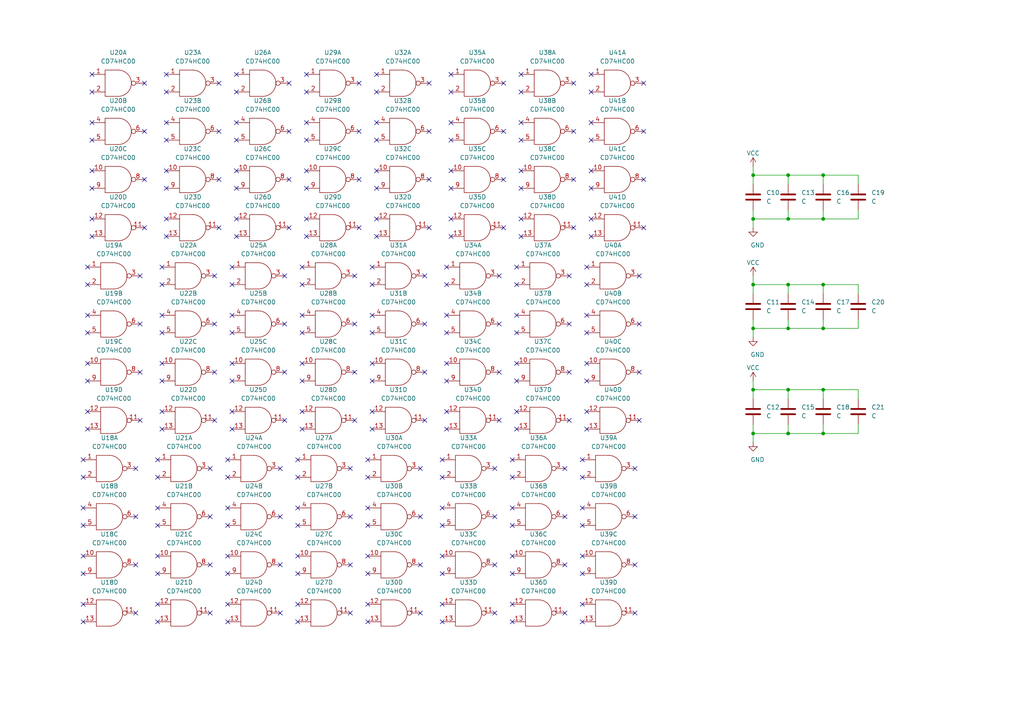
<source format=kicad_sch>
(kicad_sch (version 20211123) (generator eeschema)
  (paper "A4")
  (lib_symbols
    (symbol "CD74HCXX:CD74HC00" (pin_names (offset 0.762))
      (property "Reference" "U" (at -2.54 6.985 0))
      (property "Value" "CD74HC00" (at 1.27 5.08 0))
      (symbol "CD74HC00_0_0"
        (pin power_in line (at -2.54 2.54 0) (length 0) hide (name "VCC") (number "14"))
        (pin power_in line (at -2.54 -2.54 0) (length 0) hide (name "GND") (number "7"))
      )
      (symbol "CD74HC00_0_1"
        (arc (start 0 -3.81) (mid 3.81 0) (end 0 3.81))
        (polyline (pts (xy 0 3.81) (xy -3.81 3.81) (xy -3.81 -3.81) (xy 0 -3.81)))
      )
      (symbol "CD74HC00_0_2"
        (arc (start -4.445 -3.81) (mid -3.175 0) (end -4.445 3.81))
        (arc (start -3.175 -3.81) (mid 0.803 -2.7954) (end 3.81 0))
        (polyline (pts (xy -4.445 -3.81) (xy -3.175 -3.81)))
        (polyline (pts (xy -4.445 3.81) (xy -3.175 3.81)))
        (arc (start 3.81 0) (mid 0.8099 2.8117) (end -3.175 3.81))
      )
      (symbol "CD74HC00_1_1"
        (pin input line (at -7.62 2.54 0) (length 3.81) (name "~") (number "1"))
        (pin input line (at -7.62 -2.54 0) (length 3.81) (name "~") (number "2"))
        (pin output inverted (at 7.62 0 180) (length 3.81) (name "~") (number "3"))
      )
      (symbol "CD74HC00_1_2"
        (pin input inverted (at -7.62 2.54 0) (length 3.81) (name "~") (number "1"))
        (pin input inverted (at -7.62 -2.54 0) (length 3.81) (name "~") (number "2"))
        (pin output line (at 7.62 0 180) (length 3.81) (name "~") (number "3"))
      )
      (symbol "CD74HC00_2_1"
        (pin input line (at -7.62 2.54 0) (length 3.81) (name "~") (number "4"))
        (pin input line (at -7.62 -2.54 0) (length 3.81) (name "~") (number "5"))
        (pin output inverted (at 7.62 0 180) (length 3.81) (name "~") (number "6"))
      )
      (symbol "CD74HC00_2_2"
        (pin input inverted (at -7.62 2.54 0) (length 3.81) (name "~") (number "4"))
        (pin input inverted (at -7.62 -2.54 0) (length 3.81) (name "~") (number "5"))
        (pin output line (at 7.62 0 180) (length 3.81) (name "~") (number "6"))
      )
      (symbol "CD74HC00_3_1"
        (pin input line (at -7.62 -2.54 0) (length 3.81) (name "~") (number "10"))
        (pin output inverted (at 7.62 0 180) (length 3.81) (name "~") (number "8"))
        (pin input line (at -7.62 2.54 0) (length 3.81) (name "~") (number "9"))
      )
      (symbol "CD74HC00_3_2"
        (pin input inverted (at -7.62 -2.54 0) (length 3.81) (name "~") (number "10"))
        (pin output line (at 7.62 0 180) (length 3.81) (name "~") (number "8"))
        (pin input inverted (at -7.62 2.54 0) (length 3.81) (name "~") (number "9"))
      )
      (symbol "CD74HC00_4_1"
        (pin output inverted (at 7.62 0 180) (length 3.81) (name "~") (number "11"))
        (pin input line (at -7.62 2.54 0) (length 3.81) (name "~") (number "12"))
        (pin input line (at -7.62 -2.54 0) (length 3.81) (name "~") (number "13"))
      )
      (symbol "CD74HC00_4_2"
        (pin output line (at 7.62 0 180) (length 3.81) (name "~") (number "11"))
        (pin input inverted (at -7.62 2.54 0) (length 3.81) (name "~") (number "12"))
        (pin input inverted (at -7.62 -2.54 0) (length 3.81) (name "~") (number "13"))
      )
    )
    (symbol "Device:C" (pin_numbers hide) (pin_names (offset 0.254))
      (property "Reference" "C" (at 0.635 2.54 0))
      (property "Value" "C" (at 0.635 -2.54 0))
      (symbol "C_0_1"
        (polyline (pts (xy -2.032 -0.762) (xy 2.032 -0.762)) (stroke (width 0.508)))
        (polyline (pts (xy -2.032 0.762) (xy 2.032 0.762)) (stroke (width 0.508)))
      )
      (symbol "C_1_1"
        (pin passive line (at 0 3.81 270) (length 2.794) (name "~") (number "1"))
        (pin passive line (at 0 -3.81 90) (length 2.794) (name "~") (number "2"))
      )
    )
    (symbol "power:GND" (power) (pin_names (offset 0))
      (property "Value" "GND" (at 0 -3.81 0))
      (symbol "GND_0_1"
        (polyline (pts (xy 0 0) (xy 0 -1.27) (xy 1.27 -1.27) (xy 0 -2.54) (xy -1.27 -1.27) (xy 0 -1.27)))
      )
      (symbol "GND_1_1"
        (pin power_in line (at 0 0 270) (length 0) hide (name "GND") (number "1"))
      )
    )
    (symbol "power:VCC" (power) (pin_names (offset 0))
      (property "Value" "VCC" (at 0 3.81 0))
      (symbol "VCC_0_1"
        (polyline (pts (xy -0.762 1.27) (xy 0 2.54)))
        (polyline (pts (xy 0 0) (xy 0 2.54)))
        (polyline (pts (xy 0 2.54) (xy 0.762 1.27)))
      )
      (symbol "VCC_1_1"
        (pin power_in line (at 0 0 90) (length 0) hide (name "VCC") (number "1"))
      )
    )
  )
  (junction (at 228.6 50.8))
  (junction (at 238.76 95.25))
  (junction (at 218.44 125.73))
  (junction (at 228.6 125.73))
  (junction (at 238.76 63.5))
  (junction (at 218.44 95.25))
  (junction (at 228.6 82.55))
  (junction (at 218.44 82.55))
  (junction (at 238.76 125.73))
  (junction (at 228.6 63.5))
  (junction (at 238.76 50.8))
  (junction (at 228.6 95.25))
  (junction (at 218.44 113.03))
  (junction (at 238.76 82.55))
  (junction (at 228.6 113.03))
  (junction (at 218.44 63.5))
  (junction (at 238.76 113.03))
  (junction (at 218.44 50.8))
  (no_connect (at 88.9 21.59))
  (no_connect (at 123.19 121.92))
  (no_connect (at 24.13 138.43))
  (no_connect (at 63.5 24.13))
  (no_connect (at 48.26 35.56))
  (no_connect (at 46.99 105.41))
  (no_connect (at 87.63 77.47))
  (no_connect (at 102.87 93.98))
  (no_connect (at 66.04 161.29))
  (no_connect (at 144.78 121.92))
  (no_connect (at 149.86 105.41))
  (no_connect (at 107.95 124.46))
  (no_connect (at 143.51 163.83))
  (no_connect (at 66.04 180.34))
  (no_connect (at 123.19 93.98))
  (no_connect (at 109.22 35.56))
  (no_connect (at 86.36 152.4))
  (no_connect (at 129.54 105.41))
  (no_connect (at 186.69 52.07))
  (no_connect (at 107.95 105.41))
  (no_connect (at 107.95 91.44))
  (no_connect (at 66.04 166.37))
  (no_connect (at 129.54 124.46))
  (no_connect (at 62.23 107.95))
  (no_connect (at 62.23 121.92))
  (no_connect (at 130.81 35.56))
  (no_connect (at 86.36 147.32))
  (no_connect (at 168.91 147.32))
  (no_connect (at 124.46 38.1))
  (no_connect (at 88.9 49.53))
  (no_connect (at 63.5 66.04))
  (no_connect (at 86.36 138.43))
  (no_connect (at 46.99 77.47))
  (no_connect (at 165.1 107.95))
  (no_connect (at 106.68 166.37))
  (no_connect (at 48.26 49.53))
  (no_connect (at 151.13 21.59))
  (no_connect (at 83.82 38.1))
  (no_connect (at 102.87 80.01))
  (no_connect (at 186.69 38.1))
  (no_connect (at 40.64 93.98))
  (no_connect (at 25.4 110.49))
  (no_connect (at 171.45 40.64))
  (no_connect (at 82.55 93.98))
  (no_connect (at 25.4 119.38))
  (no_connect (at 151.13 49.53))
  (no_connect (at 146.05 38.1))
  (no_connect (at 151.13 40.64))
  (no_connect (at 170.18 124.46))
  (no_connect (at 24.13 175.26))
  (no_connect (at 121.92 177.8))
  (no_connect (at 124.46 24.13))
  (no_connect (at 170.18 96.52))
  (no_connect (at 165.1 80.01))
  (no_connect (at 48.26 68.58))
  (no_connect (at 48.26 26.67))
  (no_connect (at 102.87 107.95))
  (no_connect (at 168.91 161.29))
  (no_connect (at 168.91 166.37))
  (no_connect (at 170.18 77.47))
  (no_connect (at 68.58 68.58))
  (no_connect (at 148.59 138.43))
  (no_connect (at 184.15 135.89))
  (no_connect (at 25.4 77.47))
  (no_connect (at 149.86 124.46))
  (no_connect (at 86.36 175.26))
  (no_connect (at 24.13 147.32))
  (no_connect (at 82.55 107.95))
  (no_connect (at 130.81 21.59))
  (no_connect (at 24.13 161.29))
  (no_connect (at 171.45 49.53))
  (no_connect (at 60.96 135.89))
  (no_connect (at 107.95 77.47))
  (no_connect (at 143.51 135.89))
  (no_connect (at 170.18 105.41))
  (no_connect (at 128.27 180.34))
  (no_connect (at 24.13 152.4))
  (no_connect (at 185.42 80.01))
  (no_connect (at 184.15 163.83))
  (no_connect (at 128.27 161.29))
  (no_connect (at 45.72 180.34))
  (no_connect (at 62.23 93.98))
  (no_connect (at 87.63 110.49))
  (no_connect (at 81.28 163.83))
  (no_connect (at 24.13 166.37))
  (no_connect (at 46.99 96.52))
  (no_connect (at 149.86 91.44))
  (no_connect (at 149.86 82.55))
  (no_connect (at 45.72 138.43))
  (no_connect (at 86.36 161.29))
  (no_connect (at 83.82 24.13))
  (no_connect (at 166.37 24.13))
  (no_connect (at 171.45 35.56))
  (no_connect (at 68.58 40.64))
  (no_connect (at 170.18 119.38))
  (no_connect (at 129.54 119.38))
  (no_connect (at 151.13 35.56))
  (no_connect (at 171.45 63.5))
  (no_connect (at 68.58 54.61))
  (no_connect (at 106.68 147.32))
  (no_connect (at 185.42 93.98))
  (no_connect (at 171.45 68.58))
  (no_connect (at 101.6 135.89))
  (no_connect (at 163.83 149.86))
  (no_connect (at 101.6 177.8))
  (no_connect (at 88.9 68.58))
  (no_connect (at 130.81 26.67))
  (no_connect (at 128.27 138.43))
  (no_connect (at 121.92 135.89))
  (no_connect (at 39.37 177.8))
  (no_connect (at 106.68 152.4))
  (no_connect (at 46.99 110.49))
  (no_connect (at 46.99 82.55))
  (no_connect (at 60.96 177.8))
  (no_connect (at 81.28 149.86))
  (no_connect (at 106.68 138.43))
  (no_connect (at 129.54 91.44))
  (no_connect (at 67.31 96.52))
  (no_connect (at 148.59 175.26))
  (no_connect (at 170.18 91.44))
  (no_connect (at 83.82 66.04))
  (no_connect (at 148.59 133.35))
  (no_connect (at 171.45 21.59))
  (no_connect (at 88.9 54.61))
  (no_connect (at 109.22 63.5))
  (no_connect (at 109.22 54.61))
  (no_connect (at 171.45 54.61))
  (no_connect (at 39.37 163.83))
  (no_connect (at 129.54 110.49))
  (no_connect (at 104.14 66.04))
  (no_connect (at 88.9 35.56))
  (no_connect (at 86.36 180.34))
  (no_connect (at 128.27 133.35))
  (no_connect (at 48.26 63.5))
  (no_connect (at 148.59 166.37))
  (no_connect (at 25.4 105.41))
  (no_connect (at 165.1 121.92))
  (no_connect (at 68.58 26.67))
  (no_connect (at 130.81 49.53))
  (no_connect (at 163.83 177.8))
  (no_connect (at 24.13 180.34))
  (no_connect (at 25.4 82.55))
  (no_connect (at 143.51 177.8))
  (no_connect (at 81.28 177.8))
  (no_connect (at 45.72 133.35))
  (no_connect (at 148.59 161.29))
  (no_connect (at 109.22 49.53))
  (no_connect (at 144.78 93.98))
  (no_connect (at 45.72 166.37))
  (no_connect (at 186.69 24.13))
  (no_connect (at 81.28 135.89))
  (no_connect (at 66.04 152.4))
  (no_connect (at 60.96 149.86))
  (no_connect (at 67.31 124.46))
  (no_connect (at 130.81 40.64))
  (no_connect (at 45.72 147.32))
  (no_connect (at 149.86 110.49))
  (no_connect (at 128.27 166.37))
  (no_connect (at 107.95 96.52))
  (no_connect (at 60.96 163.83))
  (no_connect (at 40.64 80.01))
  (no_connect (at 39.37 135.89))
  (no_connect (at 168.91 180.34))
  (no_connect (at 63.5 52.07))
  (no_connect (at 106.68 175.26))
  (no_connect (at 106.68 180.34))
  (no_connect (at 184.15 177.8))
  (no_connect (at 151.13 68.58))
  (no_connect (at 107.95 110.49))
  (no_connect (at 109.22 68.58))
  (no_connect (at 148.59 180.34))
  (no_connect (at 144.78 80.01))
  (no_connect (at 104.14 52.07))
  (no_connect (at 170.18 82.55))
  (no_connect (at 129.54 96.52))
  (no_connect (at 24.13 133.35))
  (no_connect (at 184.15 149.86))
  (no_connect (at 63.5 38.1))
  (no_connect (at 151.13 26.67))
  (no_connect (at 165.1 93.98))
  (no_connect (at 39.37 149.86))
  (no_connect (at 151.13 54.61))
  (no_connect (at 46.99 119.38))
  (no_connect (at 67.31 77.47))
  (no_connect (at 128.27 147.32))
  (no_connect (at 123.19 80.01))
  (no_connect (at 46.99 91.44))
  (no_connect (at 109.22 40.64))
  (no_connect (at 168.91 175.26))
  (no_connect (at 109.22 26.67))
  (no_connect (at 86.36 166.37))
  (no_connect (at 86.36 133.35))
  (no_connect (at 87.63 119.38))
  (no_connect (at 87.63 96.52))
  (no_connect (at 109.22 21.59))
  (no_connect (at 129.54 82.55))
  (no_connect (at 26.67 68.58))
  (no_connect (at 26.67 63.5))
  (no_connect (at 41.91 66.04))
  (no_connect (at 26.67 26.67))
  (no_connect (at 26.67 21.59))
  (no_connect (at 41.91 24.13))
  (no_connect (at 41.91 52.07))
  (no_connect (at 41.91 38.1))
  (no_connect (at 26.67 49.53))
  (no_connect (at 26.67 54.61))
  (no_connect (at 26.67 35.56))
  (no_connect (at 26.67 40.64))
  (no_connect (at 45.72 175.26))
  (no_connect (at 170.18 110.49))
  (no_connect (at 185.42 121.92))
  (no_connect (at 130.81 63.5))
  (no_connect (at 124.46 52.07))
  (no_connect (at 101.6 149.86))
  (no_connect (at 149.86 119.38))
  (no_connect (at 68.58 35.56))
  (no_connect (at 146.05 66.04))
  (no_connect (at 66.04 147.32))
  (no_connect (at 67.31 105.41))
  (no_connect (at 87.63 82.55))
  (no_connect (at 143.51 149.86))
  (no_connect (at 87.63 91.44))
  (no_connect (at 168.91 138.43))
  (no_connect (at 168.91 133.35))
  (no_connect (at 48.26 40.64))
  (no_connect (at 67.31 91.44))
  (no_connect (at 48.26 54.61))
  (no_connect (at 186.69 66.04))
  (no_connect (at 171.45 26.67))
  (no_connect (at 48.26 21.59))
  (no_connect (at 166.37 38.1))
  (no_connect (at 66.04 175.26))
  (no_connect (at 25.4 91.44))
  (no_connect (at 83.82 52.07))
  (no_connect (at 104.14 24.13))
  (no_connect (at 40.64 121.92))
  (no_connect (at 67.31 110.49))
  (no_connect (at 146.05 24.13))
  (no_connect (at 67.31 82.55))
  (no_connect (at 88.9 63.5))
  (no_connect (at 121.92 149.86))
  (no_connect (at 146.05 52.07))
  (no_connect (at 168.91 152.4))
  (no_connect (at 128.27 175.26))
  (no_connect (at 66.04 138.43))
  (no_connect (at 106.68 161.29))
  (no_connect (at 128.27 152.4))
  (no_connect (at 106.68 133.35))
  (no_connect (at 82.55 121.92))
  (no_connect (at 148.59 147.32))
  (no_connect (at 68.58 63.5))
  (no_connect (at 62.23 80.01))
  (no_connect (at 130.81 54.61))
  (no_connect (at 102.87 121.92))
  (no_connect (at 148.59 152.4))
  (no_connect (at 151.13 63.5))
  (no_connect (at 149.86 77.47))
  (no_connect (at 25.4 96.52))
  (no_connect (at 185.42 107.95))
  (no_connect (at 166.37 52.07))
  (no_connect (at 101.6 163.83))
  (no_connect (at 25.4 124.46))
  (no_connect (at 163.83 163.83))
  (no_connect (at 68.58 49.53))
  (no_connect (at 124.46 66.04))
  (no_connect (at 107.95 82.55))
  (no_connect (at 45.72 161.29))
  (no_connect (at 66.04 133.35))
  (no_connect (at 130.81 68.58))
  (no_connect (at 87.63 105.41))
  (no_connect (at 123.19 107.95))
  (no_connect (at 166.37 66.04))
  (no_connect (at 144.78 107.95))
  (no_connect (at 149.86 96.52))
  (no_connect (at 88.9 26.67))
  (no_connect (at 67.31 119.38))
  (no_connect (at 87.63 124.46))
  (no_connect (at 88.9 40.64))
  (no_connect (at 82.55 80.01))
  (no_connect (at 107.95 119.38))
  (no_connect (at 45.72 152.4))
  (no_connect (at 121.92 163.83))
  (no_connect (at 46.99 124.46))
  (no_connect (at 104.14 38.1))
  (no_connect (at 129.54 77.47))
  (no_connect (at 163.83 135.89))
  (no_connect (at 68.58 21.59))
  (no_connect (at 40.64 107.95))
  (wire (pts (xy 238.76 95.25) (xy 248.92 95.25)))
  (wire (pts (xy 218.44 95.25) (xy 228.6 95.25)))
  (wire (pts (xy 248.92 92.71) (xy 248.92 95.25)))
  (wire (pts (xy 218.44 82.55) (xy 218.44 85.09)))
  (wire (pts (xy 228.6 113.03) (xy 238.76 113.03)))
  (wire (pts (xy 218.44 63.5) (xy 228.6 63.5)))
  (wire (pts (xy 218.44 97.79) (xy 218.44 95.25)))
  (wire (pts (xy 238.76 60.96) (xy 238.76 63.5)))
  (wire (pts (xy 248.92 123.19) (xy 248.92 125.73)))
  (wire (pts (xy 228.6 123.19) (xy 228.6 125.73)))
  (wire (pts (xy 238.76 82.55) (xy 238.76 85.09)))
  (wire (pts (xy 238.76 92.71) (xy 238.76 95.25)))
  (wire (pts (xy 248.92 60.96) (xy 248.92 63.5)))
  (wire (pts (xy 218.44 50.8) (xy 228.6 50.8)))
  (wire (pts (xy 238.76 113.03) (xy 238.76 115.57)))
  (wire (pts (xy 218.44 125.73) (xy 218.44 123.19)))
  (wire (pts (xy 248.92 82.55) (xy 248.92 85.09)))
  (wire (pts (xy 228.6 82.55) (xy 228.6 85.09)))
  (wire (pts (xy 228.6 50.8) (xy 238.76 50.8)))
  (wire (pts (xy 218.44 125.73) (xy 228.6 125.73)))
  (wire (pts (xy 238.76 125.73) (xy 248.92 125.73)))
  (wire (pts (xy 248.92 113.03) (xy 248.92 115.57)))
  (wire (pts (xy 228.6 95.25) (xy 238.76 95.25)))
  (wire (pts (xy 218.44 128.27) (xy 218.44 125.73)))
  (wire (pts (xy 238.76 63.5) (xy 248.92 63.5)))
  (wire (pts (xy 238.76 123.19) (xy 238.76 125.73)))
  (wire (pts (xy 218.44 113.03) (xy 228.6 113.03)))
  (wire (pts (xy 218.44 95.25) (xy 218.44 92.71)))
  (wire (pts (xy 218.44 63.5) (xy 218.44 60.96)))
  (wire (pts (xy 218.44 48.26) (xy 218.44 50.8)))
  (wire (pts (xy 228.6 92.71) (xy 228.6 95.25)))
  (wire (pts (xy 238.76 82.55) (xy 248.92 82.55)))
  (wire (pts (xy 228.6 113.03) (xy 228.6 115.57)))
  (wire (pts (xy 218.44 80.01) (xy 218.44 82.55)))
  (wire (pts (xy 248.92 50.8) (xy 248.92 53.34)))
  (wire (pts (xy 218.44 113.03) (xy 218.44 115.57)))
  (wire (pts (xy 218.44 110.49) (xy 218.44 113.03)))
  (wire (pts (xy 228.6 63.5) (xy 238.76 63.5)))
  (wire (pts (xy 218.44 82.55) (xy 228.6 82.55)))
  (wire (pts (xy 228.6 125.73) (xy 238.76 125.73)))
  (wire (pts (xy 228.6 82.55) (xy 238.76 82.55)))
  (wire (pts (xy 218.44 50.8) (xy 218.44 53.34)))
  (wire (pts (xy 238.76 113.03) (xy 248.92 113.03)))
  (wire (pts (xy 228.6 60.96) (xy 228.6 63.5)))
  (wire (pts (xy 238.76 50.8) (xy 248.92 50.8)))
  (wire (pts (xy 228.6 50.8) (xy 228.6 53.34)))
  (wire (pts (xy 238.76 50.8) (xy 238.76 53.34)))
  (wire (pts (xy 218.44 66.04) (xy 218.44 63.5)))
  (symbol (lib_id "CD74HCXX:CD74HC00") (at 76.2 66.04 0) (unit 4)
    (property "Reference" "U26" (at 76.2 57.15 0))
    (property "Value" "CD74HC00" (at 76.2 59.69 0))
    (property "Footprint" "Package_DIP:DIP-14_W7.62mm" (effects hide))
  )
  (symbol (lib_id "Device:C") (at 228.6 119.38 0) (unit 1)
    (property "Reference" "C15" (at 232.41 118.1099 0) (effects (justify left)))
    (property "Value" "C" (at 232.41 120.6499 0) (effects (justify left)))
    (property "Footprint" "Capacitor_THT:C_Disc_D7.5mm_W2.5mm_P5.00mm" (effects hide))
  )
  (symbol (lib_id "power:VCC") (at 218.44 110.49 0) (mirror y) (unit 1)
    (property "Reference" "#PWR014" (effects hide))
    (property "Value" "VCC" (at 218.44 106.68 0))
  )
  (symbol (lib_id "CD74HCXX:CD74HC00") (at 31.75 149.86 0) (unit 2)
    (property "Reference" "U18" (at 31.75 140.97 0))
    (property "Value" "CD74HC00" (at 31.75 143.51 0))
    (property "Footprint" "Package_DIP:DIP-14_W7.62mm" (effects hide))
  )
  (symbol (lib_id "power:GND") (at 218.44 128.27 0) (unit 1)
    (property "Reference" "#PWR015" (effects hide))
    (property "Value" "GND" (at 219.71 133.35 0))
  )
  (symbol (lib_id "CD74HCXX:CD74HC00") (at 156.21 163.83 0) (mirror x) (unit 3)
    (property "Reference" "U36" (at 156.21 154.94 0))
    (property "Value" "CD74HC00" (at 156.21 157.48 0))
    (property "Footprint" "Package_DIP:DIP-14_W7.62mm" (effects hide))
  )
  (symbol (lib_id "CD74HCXX:CD74HC00") (at 34.29 38.1 0) (unit 2)
    (property "Reference" "U20" (at 34.29 29.21 0))
    (property "Value" "CD74HC00" (at 34.29 31.75 0))
    (property "Footprint" "Package_DIP:DIP-14_W7.62mm" (effects hide))
  )
  (symbol (lib_id "Device:C") (at 238.76 119.38 0) (unit 1)
    (property "Reference" "C18" (at 242.57 118.1099 0) (effects (justify left)))
    (property "Value" "C" (at 242.57 120.6499 0) (effects (justify left)))
    (property "Footprint" "Capacitor_THT:C_Disc_D7.5mm_W2.5mm_P5.00mm" (effects hide))
  )
  (symbol (lib_id "CD74HCXX:CD74HC00") (at 34.29 24.13 0) (unit 1)
    (property "Reference" "U20" (at 34.29 15.24 0))
    (property "Value" "CD74HC00" (at 34.29 17.78 0))
    (property "Footprint" "Package_DIP:DIP-14_W7.62mm" (effects hide))
  )
  (symbol (lib_id "power:VCC") (at 218.44 80.01 0) (mirror y) (unit 1)
    (property "Reference" "#PWR012" (effects hide))
    (property "Value" "VCC" (at 218.44 76.2 0))
  )
  (symbol (lib_id "CD74HCXX:CD74HC00") (at 73.66 163.83 0) (mirror x) (unit 3)
    (property "Reference" "U24" (at 73.66 154.94 0))
    (property "Value" "CD74HC00" (at 73.66 157.48 0))
    (property "Footprint" "Package_DIP:DIP-14_W7.62mm" (effects hide))
  )
  (symbol (lib_id "CD74HCXX:CD74HC00") (at 96.52 38.1 0) (unit 2)
    (property "Reference" "U29" (at 96.52 29.21 0))
    (property "Value" "CD74HC00" (at 96.52 31.75 0))
    (property "Footprint" "Package_DIP:DIP-14_W7.62mm" (effects hide))
  )
  (symbol (lib_id "CD74HCXX:CD74HC00") (at 95.25 121.92 0) (unit 4)
    (property "Reference" "U28" (at 95.25 113.03 0))
    (property "Value" "CD74HC00" (at 95.25 115.57 0))
    (property "Footprint" "Package_DIP:DIP-14_W7.62mm" (effects hide))
  )
  (symbol (lib_id "CD74HCXX:CD74HC00") (at 93.98 149.86 0) (unit 2)
    (property "Reference" "U27" (at 93.98 140.97 0))
    (property "Value" "CD74HC00" (at 93.98 143.51 0))
    (property "Footprint" "Package_DIP:DIP-14_W7.62mm" (effects hide))
  )
  (symbol (lib_id "CD74HCXX:CD74HC00") (at 74.93 107.95 0) (mirror x) (unit 3)
    (property "Reference" "U25" (at 74.93 99.06 0))
    (property "Value" "CD74HC00" (at 74.93 101.6 0))
    (property "Footprint" "Package_DIP:DIP-14_W7.62mm" (effects hide))
  )
  (symbol (lib_id "CD74HCXX:CD74HC00") (at 55.88 66.04 0) (unit 4)
    (property "Reference" "U23" (at 55.88 57.15 0))
    (property "Value" "CD74HC00" (at 55.88 59.69 0))
    (property "Footprint" "Package_DIP:DIP-14_W7.62mm" (effects hide))
  )
  (symbol (lib_id "CD74HCXX:CD74HC00") (at 135.89 135.89 0) (unit 1)
    (property "Reference" "U33" (at 135.89 127 0))
    (property "Value" "CD74HC00" (at 135.89 129.54 0))
    (property "Footprint" "Package_DIP:DIP-14_W7.62mm" (effects hide))
  )
  (symbol (lib_id "CD74HCXX:CD74HC00") (at 34.29 52.07 0) (mirror x) (unit 3)
    (property "Reference" "U20" (at 34.29 43.18 0))
    (property "Value" "CD74HC00" (at 34.29 45.72 0))
    (property "Footprint" "Package_DIP:DIP-14_W7.62mm" (effects hide))
  )
  (symbol (lib_id "CD74HCXX:CD74HC00") (at 96.52 66.04 0) (unit 4)
    (property "Reference" "U29" (at 96.52 57.15 0))
    (property "Value" "CD74HC00" (at 96.52 59.69 0))
    (property "Footprint" "Package_DIP:DIP-14_W7.62mm" (effects hide))
  )
  (symbol (lib_id "CD74HCXX:CD74HC00") (at 73.66 135.89 0) (unit 1)
    (property "Reference" "U24" (at 73.66 127 0))
    (property "Value" "CD74HC00" (at 73.66 129.54 0))
    (property "Footprint" "Package_DIP:DIP-14_W7.62mm" (effects hide))
  )
  (symbol (lib_id "CD74HCXX:CD74HC00") (at 176.53 135.89 0) (unit 1)
    (property "Reference" "U39" (at 176.53 127 0))
    (property "Value" "CD74HC00" (at 176.53 129.54 0))
    (property "Footprint" "Package_DIP:DIP-14_W7.62mm" (effects hide))
  )
  (symbol (lib_id "CD74HCXX:CD74HC00") (at 176.53 163.83 0) (mirror x) (unit 3)
    (property "Reference" "U39" (at 176.53 154.94 0))
    (property "Value" "CD74HC00" (at 176.53 157.48 0))
    (property "Footprint" "Package_DIP:DIP-14_W7.62mm" (effects hide))
  )
  (symbol (lib_id "CD74HCXX:CD74HC00") (at 74.93 121.92 0) (unit 4)
    (property "Reference" "U25" (at 74.93 113.03 0))
    (property "Value" "CD74HC00" (at 74.93 115.57 0))
    (property "Footprint" "Package_DIP:DIP-14_W7.62mm" (effects hide))
  )
  (symbol (lib_id "CD74HCXX:CD74HC00") (at 53.34 135.89 0) (unit 1)
    (property "Reference" "U21" (at 53.34 127 0))
    (property "Value" "CD74HC00" (at 53.34 129.54 0))
    (property "Footprint" "Package_DIP:DIP-14_W7.62mm" (effects hide))
  )
  (symbol (lib_id "CD74HCXX:CD74HC00") (at 115.57 80.01 0) (unit 1)
    (property "Reference" "U31" (at 115.57 71.12 0))
    (property "Value" "CD74HC00" (at 115.57 73.66 0))
    (property "Footprint" "Package_DIP:DIP-14_W7.62mm" (effects hide))
  )
  (symbol (lib_id "Device:C") (at 248.92 88.9 0) (unit 1)
    (property "Reference" "C20" (at 252.73 87.6299 0) (effects (justify left)))
    (property "Value" "C" (at 252.73 90.1699 0) (effects (justify left)))
    (property "Footprint" "Capacitor_THT:C_Disc_D7.5mm_W2.5mm_P5.00mm" (effects hide))
  )
  (symbol (lib_id "CD74HCXX:CD74HC00") (at 138.43 66.04 0) (unit 4)
    (property "Reference" "U35" (at 138.43 57.15 0))
    (property "Value" "CD74HC00" (at 138.43 59.69 0))
    (property "Footprint" "Package_DIP:DIP-14_W7.62mm" (effects hide))
  )
  (symbol (lib_id "CD74HCXX:CD74HC00") (at 157.48 107.95 0) (mirror x) (unit 3)
    (property "Reference" "U37" (at 157.48 99.06 0))
    (property "Value" "CD74HC00" (at 157.48 101.6 0))
    (property "Footprint" "Package_DIP:DIP-14_W7.62mm" (effects hide))
  )
  (symbol (lib_id "CD74HCXX:CD74HC00") (at 33.02 121.92 0) (unit 4)
    (property "Reference" "U19" (at 33.02 113.03 0))
    (property "Value" "CD74HC00" (at 33.02 115.57 0))
    (property "Footprint" "Package_DIP:DIP-14_W7.62mm" (effects hide))
  )
  (symbol (lib_id "CD74HCXX:CD74HC00") (at 137.16 121.92 0) (unit 4)
    (property "Reference" "U34" (at 137.16 113.03 0))
    (property "Value" "CD74HC00" (at 137.16 115.57 0))
    (property "Footprint" "Package_DIP:DIP-14_W7.62mm" (effects hide))
  )
  (symbol (lib_id "CD74HCXX:CD74HC00") (at 33.02 93.98 0) (unit 2)
    (property "Reference" "U19" (at 33.02 85.09 0))
    (property "Value" "CD74HC00" (at 33.02 87.63 0))
    (property "Footprint" "Package_DIP:DIP-14_W7.62mm" (effects hide))
  )
  (symbol (lib_id "CD74HCXX:CD74HC00") (at 96.52 24.13 0) (unit 1)
    (property "Reference" "U29" (at 96.52 15.24 0))
    (property "Value" "CD74HC00" (at 96.52 17.78 0))
    (property "Footprint" "Package_DIP:DIP-14_W7.62mm" (effects hide))
  )
  (symbol (lib_id "CD74HCXX:CD74HC00") (at 73.66 177.8 0) (unit 4)
    (property "Reference" "U24" (at 73.66 168.91 0))
    (property "Value" "CD74HC00" (at 73.66 171.45 0))
    (property "Footprint" "Package_DIP:DIP-14_W7.62mm" (effects hide))
  )
  (symbol (lib_id "CD74HCXX:CD74HC00") (at 135.89 177.8 0) (unit 4)
    (property "Reference" "U33" (at 135.89 168.91 0))
    (property "Value" "CD74HC00" (at 135.89 171.45 0))
    (property "Footprint" "Package_DIP:DIP-14_W7.62mm" (effects hide))
  )
  (symbol (lib_id "CD74HCXX:CD74HC00") (at 95.25 80.01 0) (unit 1)
    (property "Reference" "U28" (at 95.25 71.12 0))
    (property "Value" "CD74HC00" (at 95.25 73.66 0))
    (property "Footprint" "Package_DIP:DIP-14_W7.62mm" (effects hide))
  )
  (symbol (lib_id "CD74HCXX:CD74HC00") (at 54.61 93.98 0) (unit 2)
    (property "Reference" "U22" (at 54.61 85.09 0))
    (property "Value" "CD74HC00" (at 54.61 87.63 0))
    (property "Footprint" "Package_DIP:DIP-14_W7.62mm" (effects hide))
  )
  (symbol (lib_id "CD74HCXX:CD74HC00") (at 115.57 121.92 0) (unit 4)
    (property "Reference" "U31" (at 115.57 113.03 0))
    (property "Value" "CD74HC00" (at 115.57 115.57 0))
    (property "Footprint" "Package_DIP:DIP-14_W7.62mm" (effects hide))
  )
  (symbol (lib_id "CD74HCXX:CD74HC00") (at 135.89 149.86 0) (unit 2)
    (property "Reference" "U33" (at 135.89 140.97 0))
    (property "Value" "CD74HC00" (at 135.89 143.51 0))
    (property "Footprint" "Package_DIP:DIP-14_W7.62mm" (effects hide))
  )
  (symbol (lib_id "Device:C") (at 238.76 57.15 0) (unit 1)
    (property "Reference" "C16" (at 242.57 55.8799 0) (effects (justify left)))
    (property "Value" "C" (at 242.57 58.4199 0) (effects (justify left)))
    (property "Footprint" "Capacitor_THT:C_Disc_D7.5mm_W2.5mm_P5.00mm" (effects hide))
  )
  (symbol (lib_id "CD74HCXX:CD74HC00") (at 114.3 177.8 0) (unit 4)
    (property "Reference" "U30" (at 114.3 168.91 0))
    (property "Value" "CD74HC00" (at 114.3 171.45 0))
    (property "Footprint" "Package_DIP:DIP-14_W7.62mm" (effects hide))
  )
  (symbol (lib_id "CD74HCXX:CD74HC00") (at 177.8 107.95 0) (mirror x) (unit 3)
    (property "Reference" "U40" (at 177.8 99.06 0))
    (property "Value" "CD74HC00" (at 177.8 101.6 0))
    (property "Footprint" "Package_DIP:DIP-14_W7.62mm" (effects hide))
  )
  (symbol (lib_id "CD74HCXX:CD74HC00") (at 176.53 177.8 0) (unit 4)
    (property "Reference" "U39" (at 176.53 168.91 0))
    (property "Value" "CD74HC00" (at 176.53 171.45 0))
    (property "Footprint" "Package_DIP:DIP-14_W7.62mm" (effects hide))
  )
  (symbol (lib_id "CD74HCXX:CD74HC00") (at 55.88 52.07 0) (mirror x) (unit 3)
    (property "Reference" "U23" (at 55.88 43.18 0))
    (property "Value" "CD74HC00" (at 55.88 45.72 0))
    (property "Footprint" "Package_DIP:DIP-14_W7.62mm" (effects hide))
  )
  (symbol (lib_id "power:VCC") (at 218.44 48.26 0) (mirror y) (unit 1)
    (property "Reference" "#PWR010" (effects hide))
    (property "Value" "VCC" (at 218.44 44.45 0))
  )
  (symbol (lib_id "CD74HCXX:CD74HC00") (at 73.66 149.86 0) (unit 2)
    (property "Reference" "U24" (at 73.66 140.97 0))
    (property "Value" "CD74HC00" (at 73.66 143.51 0))
    (property "Footprint" "Package_DIP:DIP-14_W7.62mm" (effects hide))
  )
  (symbol (lib_id "CD74HCXX:CD74HC00") (at 158.75 38.1 0) (unit 2)
    (property "Reference" "U38" (at 158.75 29.21 0))
    (property "Value" "CD74HC00" (at 158.75 31.75 0))
    (property "Footprint" "Package_DIP:DIP-14_W7.62mm" (effects hide))
  )
  (symbol (lib_id "CD74HCXX:CD74HC00") (at 74.93 80.01 0) (unit 1)
    (property "Reference" "U25" (at 74.93 71.12 0))
    (property "Value" "CD74HC00" (at 74.93 73.66 0))
    (property "Footprint" "Package_DIP:DIP-14_W7.62mm" (effects hide))
  )
  (symbol (lib_id "CD74HCXX:CD74HC00") (at 76.2 52.07 0) (mirror x) (unit 3)
    (property "Reference" "U26" (at 76.2 43.18 0))
    (property "Value" "CD74HC00" (at 76.2 45.72 0))
    (property "Footprint" "Package_DIP:DIP-14_W7.62mm" (effects hide))
  )
  (symbol (lib_id "Device:C") (at 228.6 57.15 0) (unit 1)
    (property "Reference" "C13" (at 232.41 55.8799 0) (effects (justify left)))
    (property "Value" "C" (at 232.41 58.4199 0) (effects (justify left)))
    (property "Footprint" "Capacitor_THT:C_Disc_D7.5mm_W2.5mm_P5.00mm" (effects hide))
  )
  (symbol (lib_id "CD74HCXX:CD74HC00") (at 158.75 52.07 0) (mirror x) (unit 3)
    (property "Reference" "U38" (at 158.75 43.18 0))
    (property "Value" "CD74HC00" (at 158.75 45.72 0))
    (property "Footprint" "Package_DIP:DIP-14_W7.62mm" (effects hide))
  )
  (symbol (lib_id "CD74HCXX:CD74HC00") (at 138.43 38.1 0) (unit 2)
    (property "Reference" "U35" (at 138.43 29.21 0))
    (property "Value" "CD74HC00" (at 138.43 31.75 0))
    (property "Footprint" "Package_DIP:DIP-14_W7.62mm" (effects hide))
  )
  (symbol (lib_id "power:GND") (at 218.44 66.04 0) (unit 1)
    (property "Reference" "#PWR011" (effects hide))
    (property "Value" "GND" (at 219.71 71.12 0))
  )
  (symbol (lib_id "CD74HCXX:CD74HC00") (at 137.16 80.01 0) (unit 1)
    (property "Reference" "U34" (at 137.16 71.12 0))
    (property "Value" "CD74HC00" (at 137.16 73.66 0))
    (property "Footprint" "Package_DIP:DIP-14_W7.62mm" (effects hide))
  )
  (symbol (lib_id "Device:C") (at 248.92 119.38 0) (unit 1)
    (property "Reference" "C21" (at 252.73 118.1099 0) (effects (justify left)))
    (property "Value" "C" (at 252.73 120.6499 0) (effects (justify left)))
    (property "Footprint" "Capacitor_THT:C_Disc_D7.5mm_W2.5mm_P5.00mm" (effects hide))
  )
  (symbol (lib_id "CD74HCXX:CD74HC00") (at 31.75 177.8 0) (unit 4)
    (property "Reference" "U18" (at 31.75 168.91 0))
    (property "Value" "CD74HC00" (at 31.75 171.45 0))
    (property "Footprint" "Package_DIP:DIP-14_W7.62mm" (effects hide))
  )
  (symbol (lib_id "Device:C") (at 218.44 119.38 0) (unit 1)
    (property "Reference" "C12" (at 222.25 118.1099 0) (effects (justify left)))
    (property "Value" "C" (at 222.25 120.6499 0) (effects (justify left)))
    (property "Footprint" "Capacitor_THT:C_Disc_D7.5mm_W2.5mm_P5.00mm" (effects hide))
  )
  (symbol (lib_id "Device:C") (at 238.76 88.9 0) (unit 1)
    (property "Reference" "C17" (at 242.57 87.6299 0) (effects (justify left)))
    (property "Value" "C" (at 242.57 90.1699 0) (effects (justify left)))
    (property "Footprint" "Capacitor_THT:C_Disc_D7.5mm_W2.5mm_P5.00mm" (effects hide))
  )
  (symbol (lib_id "CD74HCXX:CD74HC00") (at 93.98 163.83 0) (mirror x) (unit 3)
    (property "Reference" "U27" (at 93.98 154.94 0))
    (property "Value" "CD74HC00" (at 93.98 157.48 0))
    (property "Footprint" "Package_DIP:DIP-14_W7.62mm" (effects hide))
  )
  (symbol (lib_id "CD74HCXX:CD74HC00") (at 95.25 107.95 0) (mirror x) (unit 3)
    (property "Reference" "U28" (at 95.25 99.06 0))
    (property "Value" "CD74HC00" (at 95.25 101.6 0))
    (property "Footprint" "Package_DIP:DIP-14_W7.62mm" (effects hide))
  )
  (symbol (lib_id "CD74HCXX:CD74HC00") (at 114.3 163.83 0) (mirror x) (unit 3)
    (property "Reference" "U30" (at 114.3 154.94 0))
    (property "Value" "CD74HC00" (at 114.3 157.48 0))
    (property "Footprint" "Package_DIP:DIP-14_W7.62mm" (effects hide))
  )
  (symbol (lib_id "Device:C") (at 248.92 57.15 0) (unit 1)
    (property "Reference" "C19" (at 252.73 55.8799 0) (effects (justify left)))
    (property "Value" "C" (at 252.73 58.4199 0) (effects (justify left)))
    (property "Footprint" "Capacitor_THT:C_Disc_D7.5mm_W2.5mm_P5.00mm" (effects hide))
  )
  (symbol (lib_id "CD74HCXX:CD74HC00") (at 137.16 93.98 0) (unit 2)
    (property "Reference" "U34" (at 137.16 85.09 0))
    (property "Value" "CD74HC00" (at 137.16 87.63 0))
    (property "Footprint" "Package_DIP:DIP-14_W7.62mm" (effects hide))
  )
  (symbol (lib_id "CD74HCXX:CD74HC00") (at 176.53 149.86 0) (unit 2)
    (property "Reference" "U39" (at 176.53 140.97 0))
    (property "Value" "CD74HC00" (at 176.53 143.51 0))
    (property "Footprint" "Package_DIP:DIP-14_W7.62mm" (effects hide))
  )
  (symbol (lib_id "CD74HCXX:CD74HC00") (at 116.84 66.04 0) (unit 4)
    (property "Reference" "U32" (at 116.84 57.15 0))
    (property "Value" "CD74HC00" (at 116.84 59.69 0))
    (property "Footprint" "Package_DIP:DIP-14_W7.62mm" (effects hide))
  )
  (symbol (lib_id "CD74HCXX:CD74HC00") (at 137.16 107.95 0) (mirror x) (unit 3)
    (property "Reference" "U34" (at 137.16 99.06 0))
    (property "Value" "CD74HC00" (at 137.16 101.6 0))
    (property "Footprint" "Package_DIP:DIP-14_W7.62mm" (effects hide))
  )
  (symbol (lib_id "CD74HCXX:CD74HC00") (at 54.61 121.92 0) (unit 4)
    (property "Reference" "U22" (at 54.61 113.03 0))
    (property "Value" "CD74HC00" (at 54.61 115.57 0))
    (property "Footprint" "Package_DIP:DIP-14_W7.62mm" (effects hide))
  )
  (symbol (lib_id "CD74HCXX:CD74HC00") (at 95.25 93.98 0) (unit 2)
    (property "Reference" "U28" (at 95.25 85.09 0))
    (property "Value" "CD74HC00" (at 95.25 87.63 0))
    (property "Footprint" "Package_DIP:DIP-14_W7.62mm" (effects hide))
  )
  (symbol (lib_id "Device:C") (at 228.6 88.9 0) (unit 1)
    (property "Reference" "C14" (at 232.41 87.6299 0) (effects (justify left)))
    (property "Value" "C" (at 232.41 90.1699 0) (effects (justify left)))
    (property "Footprint" "Capacitor_THT:C_Disc_D7.5mm_W2.5mm_P5.00mm" (effects hide))
  )
  (symbol (lib_id "CD74HCXX:CD74HC00") (at 93.98 135.89 0) (unit 1)
    (property "Reference" "U27" (at 93.98 127 0))
    (property "Value" "CD74HC00" (at 93.98 129.54 0))
    (property "Footprint" "Package_DIP:DIP-14_W7.62mm" (effects hide))
  )
  (symbol (lib_id "CD74HCXX:CD74HC00") (at 156.21 149.86 0) (unit 2)
    (property "Reference" "U36" (at 156.21 140.97 0))
    (property "Value" "CD74HC00" (at 156.21 143.51 0))
    (property "Footprint" "Package_DIP:DIP-14_W7.62mm" (effects hide))
  )
  (symbol (lib_id "CD74HCXX:CD74HC00") (at 116.84 24.13 0) (unit 1)
    (property "Reference" "U32" (at 116.84 15.24 0))
    (property "Value" "CD74HC00" (at 116.84 17.78 0))
    (property "Footprint" "Package_DIP:DIP-14_W7.62mm" (effects hide))
  )
  (symbol (lib_id "CD74HCXX:CD74HC00") (at 31.75 163.83 0) (mirror x) (unit 3)
    (property "Reference" "U18" (at 31.75 154.94 0))
    (property "Value" "CD74HC00" (at 31.75 157.48 0))
    (property "Footprint" "Package_DIP:DIP-14_W7.62mm" (effects hide))
  )
  (symbol (lib_id "CD74HCXX:CD74HC00") (at 34.29 66.04 0) (unit 4)
    (property "Reference" "U20" (at 34.29 57.15 0))
    (property "Value" "CD74HC00" (at 34.29 59.69 0))
    (property "Footprint" "Package_DIP:DIP-14_W7.62mm" (effects hide))
  )
  (symbol (lib_id "CD74HCXX:CD74HC00") (at 138.43 24.13 0) (unit 1)
    (property "Reference" "U35" (at 138.43 15.24 0))
    (property "Value" "CD74HC00" (at 138.43 17.78 0))
    (property "Footprint" "Package_DIP:DIP-14_W7.62mm" (effects hide))
  )
  (symbol (lib_id "CD74HCXX:CD74HC00") (at 54.61 80.01 0) (unit 1)
    (property "Reference" "U22" (at 54.61 71.12 0))
    (property "Value" "CD74HC00" (at 54.61 73.66 0))
    (property "Footprint" "Package_DIP:DIP-14_W7.62mm" (effects hide))
  )
  (symbol (lib_id "CD74HCXX:CD74HC00") (at 138.43 52.07 0) (mirror x) (unit 3)
    (property "Reference" "U35" (at 138.43 43.18 0))
    (property "Value" "CD74HC00" (at 138.43 45.72 0))
    (property "Footprint" "Package_DIP:DIP-14_W7.62mm" (effects hide))
  )
  (symbol (lib_id "CD74HCXX:CD74HC00") (at 157.48 121.92 0) (unit 4)
    (property "Reference" "U37" (at 157.48 113.03 0))
    (property "Value" "CD74HC00" (at 157.48 115.57 0))
    (property "Footprint" "Package_DIP:DIP-14_W7.62mm" (effects hide))
  )
  (symbol (lib_id "CD74HCXX:CD74HC00") (at 55.88 38.1 0) (unit 2)
    (property "Reference" "U23" (at 55.88 29.21 0))
    (property "Value" "CD74HC00" (at 55.88 31.75 0))
    (property "Footprint" "Package_DIP:DIP-14_W7.62mm" (effects hide))
  )
  (symbol (lib_id "CD74HCXX:CD74HC00") (at 93.98 177.8 0) (unit 4)
    (property "Reference" "U27" (at 93.98 168.91 0))
    (property "Value" "CD74HC00" (at 93.98 171.45 0))
    (property "Footprint" "Package_DIP:DIP-14_W7.62mm" (effects hide))
  )
  (symbol (lib_id "CD74HCXX:CD74HC00") (at 179.07 38.1 0) (unit 2)
    (property "Reference" "U41" (at 179.07 29.21 0))
    (property "Value" "CD74HC00" (at 179.07 31.75 0))
    (property "Footprint" "Package_DIP:DIP-14_W7.62mm" (effects hide))
  )
  (symbol (lib_id "CD74HCXX:CD74HC00") (at 114.3 149.86 0) (unit 2)
    (property "Reference" "U30" (at 114.3 140.97 0))
    (property "Value" "CD74HC00" (at 114.3 143.51 0))
    (property "Footprint" "Package_DIP:DIP-14_W7.62mm" (effects hide))
  )
  (symbol (lib_id "CD74HCXX:CD74HC00") (at 179.07 24.13 0) (unit 1)
    (property "Reference" "U41" (at 179.07 15.24 0))
    (property "Value" "CD74HC00" (at 179.07 17.78 0))
    (property "Footprint" "Package_DIP:DIP-14_W7.62mm" (effects hide))
  )
  (symbol (lib_id "CD74HCXX:CD74HC00") (at 115.57 107.95 0) (mirror x) (unit 3)
    (property "Reference" "U31" (at 115.57 99.06 0))
    (property "Value" "CD74HC00" (at 115.57 101.6 0))
    (property "Footprint" "Package_DIP:DIP-14_W7.62mm" (effects hide))
  )
  (symbol (lib_id "CD74HCXX:CD74HC00") (at 116.84 38.1 0) (unit 2)
    (property "Reference" "U32" (at 116.84 29.21 0))
    (property "Value" "CD74HC00" (at 116.84 31.75 0))
    (property "Footprint" "Package_DIP:DIP-14_W7.62mm" (effects hide))
  )
  (symbol (lib_id "CD74HCXX:CD74HC00") (at 179.07 66.04 0) (unit 4)
    (property "Reference" "U41" (at 179.07 57.15 0))
    (property "Value" "CD74HC00" (at 179.07 59.69 0))
    (property "Footprint" "Package_DIP:DIP-14_W7.62mm" (effects hide))
  )
  (symbol (lib_id "Device:C") (at 218.44 88.9 0) (unit 1)
    (property "Reference" "C11" (at 222.25 87.6299 0) (effects (justify left)))
    (property "Value" "C" (at 222.25 90.1699 0) (effects (justify left)))
    (property "Footprint" "Capacitor_THT:C_Disc_D7.5mm_W2.5mm_P5.00mm" (effects hide))
  )
  (symbol (lib_id "CD74HCXX:CD74HC00") (at 157.48 80.01 0) (unit 1)
    (property "Reference" "U37" (at 157.48 71.12 0))
    (property "Value" "CD74HC00" (at 157.48 73.66 0))
    (property "Footprint" "Package_DIP:DIP-14_W7.62mm" (effects hide))
  )
  (symbol (lib_id "CD74HCXX:CD74HC00") (at 135.89 163.83 0) (mirror x) (unit 3)
    (property "Reference" "U33" (at 135.89 154.94 0))
    (property "Value" "CD74HC00" (at 135.89 157.48 0))
    (property "Footprint" "Package_DIP:DIP-14_W7.62mm" (effects hide))
  )
  (symbol (lib_id "CD74HCXX:CD74HC00") (at 53.34 163.83 0) (mirror x) (unit 3)
    (property "Reference" "U21" (at 53.34 154.94 0))
    (property "Value" "CD74HC00" (at 53.34 157.48 0))
    (property "Footprint" "Package_DIP:DIP-14_W7.62mm" (effects hide))
  )
  (symbol (lib_id "CD74HCXX:CD74HC00") (at 33.02 80.01 0) (unit 1)
    (property "Reference" "U19" (at 33.02 71.12 0))
    (property "Value" "CD74HC00" (at 33.02 73.66 0))
    (property "Footprint" "Package_DIP:DIP-14_W7.62mm" (effects hide))
  )
  (symbol (lib_id "CD74HCXX:CD74HC00") (at 179.07 52.07 0) (mirror x) (unit 3)
    (property "Reference" "U41" (at 179.07 43.18 0))
    (property "Value" "CD74HC00" (at 179.07 45.72 0))
    (property "Footprint" "Package_DIP:DIP-14_W7.62mm" (effects hide))
  )
  (symbol (lib_id "CD74HCXX:CD74HC00") (at 53.34 177.8 0) (unit 4)
    (property "Reference" "U21" (at 53.34 168.91 0))
    (property "Value" "CD74HC00" (at 53.34 171.45 0))
    (property "Footprint" "Package_DIP:DIP-14_W7.62mm" (effects hide))
  )
  (symbol (lib_id "CD74HCXX:CD74HC00") (at 31.75 135.89 0) (unit 1)
    (property "Reference" "U18" (at 31.75 127 0))
    (property "Value" "CD74HC00" (at 31.75 129.54 0))
    (property "Footprint" "Package_DIP:DIP-14_W7.62mm" (effects hide))
  )
  (symbol (lib_id "CD74HCXX:CD74HC00") (at 74.93 93.98 0) (unit 2)
    (property "Reference" "U25" (at 74.93 85.09 0))
    (property "Value" "CD74HC00" (at 74.93 87.63 0))
    (property "Footprint" "Package_DIP:DIP-14_W7.62mm" (effects hide))
  )
  (symbol (lib_id "CD74HCXX:CD74HC00") (at 177.8 93.98 0) (unit 2)
    (property "Reference" "U40" (at 177.8 85.09 0))
    (property "Value" "CD74HC00" (at 177.8 87.63 0))
    (property "Footprint" "Package_DIP:DIP-14_W7.62mm" (effects hide))
  )
  (symbol (lib_id "CD74HCXX:CD74HC00") (at 157.48 93.98 0) (unit 2)
    (property "Reference" "U37" (at 157.48 85.09 0))
    (property "Value" "CD74HC00" (at 157.48 87.63 0))
    (property "Footprint" "Package_DIP:DIP-14_W7.62mm" (effects hide))
  )
  (symbol (lib_id "CD74HCXX:CD74HC00") (at 158.75 66.04 0) (unit 4)
    (property "Reference" "U38" (at 158.75 57.15 0))
    (property "Value" "CD74HC00" (at 158.75 59.69 0))
    (property "Footprint" "Package_DIP:DIP-14_W7.62mm" (effects hide))
  )
  (symbol (lib_id "CD74HCXX:CD74HC00") (at 76.2 38.1 0) (unit 2)
    (property "Reference" "U26" (at 76.2 29.21 0))
    (property "Value" "CD74HC00" (at 76.2 31.75 0))
    (property "Footprint" "Package_DIP:DIP-14_W7.62mm" (effects hide))
  )
  (symbol (lib_id "CD74HCXX:CD74HC00") (at 158.75 24.13 0) (unit 1)
    (property "Reference" "U38" (at 158.75 15.24 0))
    (property "Value" "CD74HC00" (at 158.75 17.78 0))
    (property "Footprint" "Package_DIP:DIP-14_W7.62mm" (effects hide))
  )
  (symbol (lib_id "CD74HCXX:CD74HC00") (at 156.21 177.8 0) (unit 4)
    (property "Reference" "U36" (at 156.21 168.91 0))
    (property "Value" "CD74HC00" (at 156.21 171.45 0))
    (property "Footprint" "Package_DIP:DIP-14_W7.62mm" (effects hide))
  )
  (symbol (lib_id "CD74HCXX:CD74HC00") (at 177.8 80.01 0) (unit 1)
    (property "Reference" "U40" (at 177.8 71.12 0))
    (property "Value" "CD74HC00" (at 177.8 73.66 0))
    (property "Footprint" "Package_DIP:DIP-14_W7.62mm" (effects hide))
  )
  (symbol (lib_id "power:GND") (at 218.44 97.79 0) (unit 1)
    (property "Reference" "#PWR013" (effects hide))
    (property "Value" "GND" (at 219.71 102.87 0))
  )
  (symbol (lib_id "CD74HCXX:CD74HC00") (at 33.02 107.95 0) (mirror x) (unit 3)
    (property "Reference" "U19" (at 33.02 99.06 0))
    (property "Value" "CD74HC00" (at 33.02 101.6 0))
    (property "Footprint" "Package_DIP:DIP-14_W7.62mm" (effects hide))
  )
  (symbol (lib_id "CD74HCXX:CD74HC00") (at 177.8 121.92 0) (unit 4)
    (property "Reference" "U40" (at 177.8 113.03 0))
    (property "Value" "CD74HC00" (at 177.8 115.57 0))
    (property "Footprint" "Package_DIP:DIP-14_W7.62mm" (effects hide))
  )
  (symbol (lib_id "CD74HCXX:CD74HC00") (at 55.88 24.13 0) (unit 1)
    (property "Reference" "U23" (at 55.88 15.24 0))
    (property "Value" "CD74HC00" (at 55.88 17.78 0))
    (property "Footprint" "Package_DIP:DIP-14_W7.62mm" (effects hide))
  )
  (symbol (lib_id "CD74HCXX:CD74HC00") (at 156.21 135.89 0) (unit 1)
    (property "Reference" "U36" (at 156.21 127 0))
    (property "Value" "CD74HC00" (at 156.21 129.54 0))
    (property "Footprint" "Package_DIP:DIP-14_W7.62mm" (effects hide))
  )
  (symbol (lib_id "CD74HCXX:CD74HC00") (at 96.52 52.07 0) (mirror x) (unit 3)
    (property "Reference" "U29" (at 96.52 43.18 0))
    (property "Value" "CD74HC00" (at 96.52 45.72 0))
    (property "Footprint" "Package_DIP:DIP-14_W7.62mm" (effects hide))
  )
  (symbol (lib_id "CD74HCXX:CD74HC00") (at 114.3 135.89 0) (unit 1)
    (property "Reference" "U30" (at 114.3 127 0))
    (property "Value" "CD74HC00" (at 114.3 129.54 0))
    (property "Footprint" "Package_DIP:DIP-14_W7.62mm" (effects hide))
  )
  (symbol (lib_id "CD74HCXX:CD74HC00") (at 115.57 93.98 0) (unit 2)
    (property "Reference" "U31" (at 115.57 85.09 0))
    (property "Value" "CD74HC00" (at 115.57 87.63 0))
    (property "Footprint" "Package_DIP:DIP-14_W7.62mm" (effects hide))
  )
  (symbol (lib_id "CD74HCXX:CD74HC00") (at 76.2 24.13 0) (unit 1)
    (property "Reference" "U26" (at 76.2 15.24 0))
    (property "Value" "CD74HC00" (at 76.2 17.78 0))
    (property "Footprint" "Package_DIP:DIP-14_W7.62mm" (effects hide))
  )
  (symbol (lib_id "CD74HCXX:CD74HC00") (at 53.34 149.86 0) (unit 2)
    (property "Reference" "U21" (at 53.34 140.97 0))
    (property "Value" "CD74HC00" (at 53.34 143.51 0))
    (property "Footprint" "Package_DIP:DIP-14_W7.62mm" (effects hide))
  )
  (symbol (lib_id "Device:C") (at 218.44 57.15 0) (unit 1)
    (property "Reference" "C10" (at 222.25 55.8799 0) (effects (justify left)))
    (property "Value" "C" (at 222.25 58.4199 0) (effects (justify left)))
    (property "Footprint" "Capacitor_THT:C_Disc_D7.5mm_W2.5mm_P5.00mm" (effects hide))
  )
  (symbol (lib_id "CD74HCXX:CD74HC00") (at 116.84 52.07 0) (mirror x) (unit 3)
    (property "Reference" "U32" (at 116.84 43.18 0))
    (property "Value" "CD74HC00" (at 116.84 45.72 0))
    (property "Footprint" "Package_DIP:DIP-14_W7.62mm" (effects hide))
  )
  (symbol (lib_id "CD74HCXX:CD74HC00") (at 54.61 107.95 0) (mirror x) (unit 3)
    (property "Reference" "U22" (at 54.61 99.06 0))
    (property "Value" "CD74HC00" (at 54.61 101.6 0))
    (property "Footprint" "Package_DIP:DIP-14_W7.62mm" (effects hide))
  )
)
</source>
